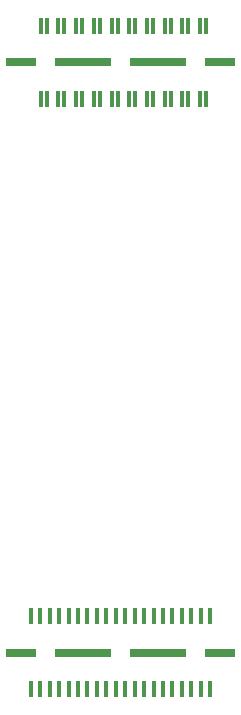
<source format=gbr>
%TF.GenerationSoftware,KiCad,Pcbnew,5.1.7-a382d34a8~88~ubuntu20.04.1*%
%TF.CreationDate,2020-12-11T14:05:54-08:00*%
%TF.ProjectId,syzygy-stencil,73797a79-6779-42d7-9374-656e63696c2e,rev?*%
%TF.SameCoordinates,Original*%
%TF.FileFunction,Paste,Bot*%
%TF.FilePolarity,Positive*%
%FSLAX46Y46*%
G04 Gerber Fmt 4.6, Leading zero omitted, Abs format (unit mm)*
G04 Created by KiCad (PCBNEW 5.1.7-a382d34a8~88~ubuntu20.04.1) date 2020-12-11 14:05:54*
%MOMM*%
%LPD*%
G01*
G04 APERTURE LIST*
%ADD10R,0.300000X1.450000*%
%ADD11R,4.700000X0.640000*%
%ADD12R,2.540000X0.640000*%
%ADD13R,0.460000X1.450000*%
G04 APERTURE END LIST*
D10*
%TO.C,REF\u002A\u002A*%
X93250000Y-23090000D03*
X93250000Y-16910000D03*
X93750000Y-23090000D03*
X93750000Y-16910000D03*
X94750000Y-23090000D03*
X94750000Y-16910000D03*
X95250000Y-23090000D03*
X95250000Y-16910000D03*
X96250000Y-23090000D03*
X96250000Y-16910000D03*
X96750000Y-23090000D03*
X96750000Y-16910000D03*
X97750000Y-23090000D03*
X97750000Y-16910000D03*
X98250000Y-23090000D03*
X98250000Y-16910000D03*
X99250000Y-23090000D03*
X99250000Y-16910000D03*
X99750000Y-23090000D03*
X99750000Y-16910000D03*
X100750000Y-23090000D03*
X100750000Y-16910000D03*
X101250000Y-23090000D03*
X101250000Y-16910000D03*
X102250000Y-23090000D03*
X102250000Y-16910000D03*
X102750000Y-23090000D03*
X102750000Y-16910000D03*
X103750000Y-23090000D03*
X103750000Y-16910000D03*
X104250000Y-23090000D03*
X104250000Y-16910000D03*
X105250000Y-23090000D03*
X105250000Y-16910000D03*
X105750000Y-23090000D03*
X105750000Y-16910000D03*
X106750000Y-23090000D03*
X106750000Y-16910000D03*
X107250000Y-23090000D03*
X107250000Y-16910000D03*
D11*
X96825000Y-20000000D03*
X103175000Y-20000000D03*
D12*
X91555000Y-20000000D03*
X108445000Y-20000000D03*
%TD*%
%TO.C,REF\u002A\u002A*%
X108445000Y-70000000D03*
D11*
X103175000Y-70000000D03*
X96825000Y-70000000D03*
D12*
X91555000Y-70000000D03*
D13*
X107600000Y-66910000D03*
X107600000Y-73090000D03*
X106800000Y-66910000D03*
X106800000Y-73090000D03*
X106000000Y-66910000D03*
X106000000Y-73090000D03*
X105200000Y-66910000D03*
X105200000Y-73090000D03*
X104400000Y-66910000D03*
X104400000Y-73090000D03*
X103600000Y-66910000D03*
X103600000Y-73090000D03*
X102800000Y-66910000D03*
X102800000Y-73090000D03*
X102000000Y-66910000D03*
X102000000Y-73090000D03*
X101200000Y-66910000D03*
X101200000Y-73090000D03*
X100400000Y-66910000D03*
X100400000Y-73090000D03*
X99600000Y-66910000D03*
X99600000Y-73090000D03*
X98800000Y-66910000D03*
X98800000Y-73090000D03*
X98000000Y-66910000D03*
X98000000Y-73090000D03*
X97200000Y-66910000D03*
X97200000Y-73090000D03*
X96400000Y-66910000D03*
X96400000Y-73090000D03*
X95600000Y-66910000D03*
X95600000Y-73090000D03*
X94800000Y-66910000D03*
X94800000Y-73090000D03*
X94000000Y-66910000D03*
X94000000Y-73090000D03*
X93200000Y-66910000D03*
X93200000Y-73090000D03*
X92400000Y-66910000D03*
X92400000Y-73090000D03*
%TD*%
M02*

</source>
